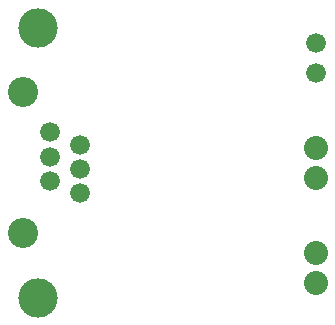
<source format=gbs>
G75*
%MOIN*%
%OFA0B0*%
%FSLAX24Y24*%
%IPPOS*%
%LPD*%
%AMOC8*
5,1,8,0,0,1.08239X$1,22.5*
%
%ADD10C,0.1310*%
%ADD11C,0.1005*%
%ADD12C,0.0660*%
%ADD13C,0.0800*%
D10*
X003012Y001600D03*
X003012Y010600D03*
D11*
X002512Y008462D03*
X002512Y003738D03*
D12*
X004418Y005096D03*
X004418Y005899D03*
X004418Y006702D03*
X003418Y006301D03*
X003418Y005498D03*
X003418Y007104D03*
X012262Y009100D03*
X012262Y010100D03*
D13*
X012262Y006600D03*
X012262Y005600D03*
X012262Y003100D03*
X012262Y002100D03*
M02*

</source>
